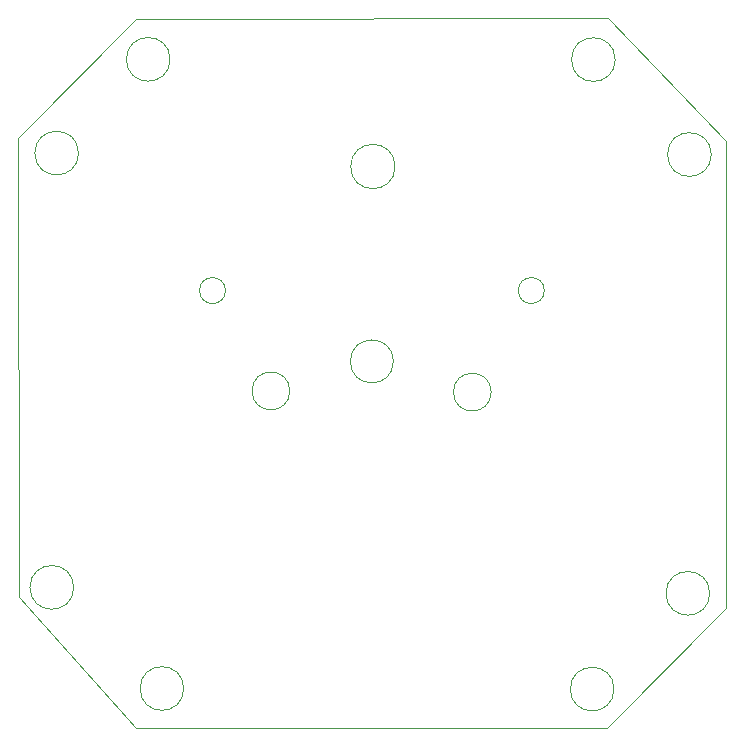
<source format=gbr>
%TF.GenerationSoftware,KiCad,Pcbnew,(6.0.7-1)-1*%
%TF.CreationDate,2023-11-11T10:51:09+10:00*%
%TF.ProjectId,Simmeters Small Engine Replacement,53696d6d-6574-4657-9273-20536d616c6c,rev?*%
%TF.SameCoordinates,Original*%
%TF.FileFunction,Profile,NP*%
%FSLAX46Y46*%
G04 Gerber Fmt 4.6, Leading zero omitted, Abs format (unit mm)*
G04 Created by KiCad (PCBNEW (6.0.7-1)-1) date 2023-11-11 10:51:09*
%MOMM*%
%LPD*%
G01*
G04 APERTURE LIST*
%TA.AperFunction,Profile*%
%ADD10C,0.050000*%
%TD*%
%TA.AperFunction,Profile*%
%ADD11C,0.120000*%
%TD*%
G04 APERTURE END LIST*
D10*
X199915515Y-131044574D02*
X210035515Y-120864574D01*
X210025515Y-81364574D02*
X210035515Y-120864574D01*
D11*
X200515515Y-127754574D02*
G75*
G03*
X200515515Y-127754574I-1850000J0D01*
G01*
X162925515Y-74434574D02*
G75*
G03*
X162925515Y-74434574I-1850000J0D01*
G01*
D10*
X150095515Y-119994574D02*
X160075515Y-131034574D01*
X199915515Y-131044574D02*
X160075515Y-131034574D01*
D11*
X155175515Y-82374574D02*
G75*
G03*
X155175515Y-82374574I-1850000J0D01*
G01*
X154765515Y-119144574D02*
G75*
G03*
X154765515Y-119144574I-1850000J0D01*
G01*
X164085515Y-127704574D02*
G75*
G03*
X164085515Y-127704574I-1850000J0D01*
G01*
X208745515Y-82494574D02*
G75*
G03*
X208745515Y-82494574I-1850000J0D01*
G01*
D10*
X200045515Y-70954574D02*
X210025515Y-81364574D01*
D11*
X200615515Y-74454574D02*
G75*
G03*
X200615515Y-74454574I-1850000J0D01*
G01*
D10*
X160025515Y-70984574D02*
X200045515Y-70954574D01*
X150055515Y-81114574D02*
X160025515Y-70984574D01*
X150055515Y-81114574D02*
X150095515Y-119994574D01*
D11*
X208615515Y-119644574D02*
G75*
G03*
X208615515Y-119644574I-1850000J0D01*
G01*
%TO.C,M1*%
X167616636Y-94011900D02*
G75*
G03*
X167616636Y-94011900I-1101136J0D01*
G01*
X181835527Y-100011900D02*
G75*
G03*
X181835527Y-100011900I-1820027J0D01*
G01*
X190115500Y-102611900D02*
G75*
G03*
X190115500Y-102611900I-1600000J0D01*
G01*
X173065500Y-102511900D02*
G75*
G03*
X173065500Y-102511900I-1600000J0D01*
G01*
X181973158Y-83511900D02*
G75*
G03*
X181973158Y-83511900I-1878829J0D01*
G01*
X194615500Y-94011900D02*
G75*
G03*
X194615500Y-94011900I-1100000J0D01*
G01*
%TD*%
M02*

</source>
